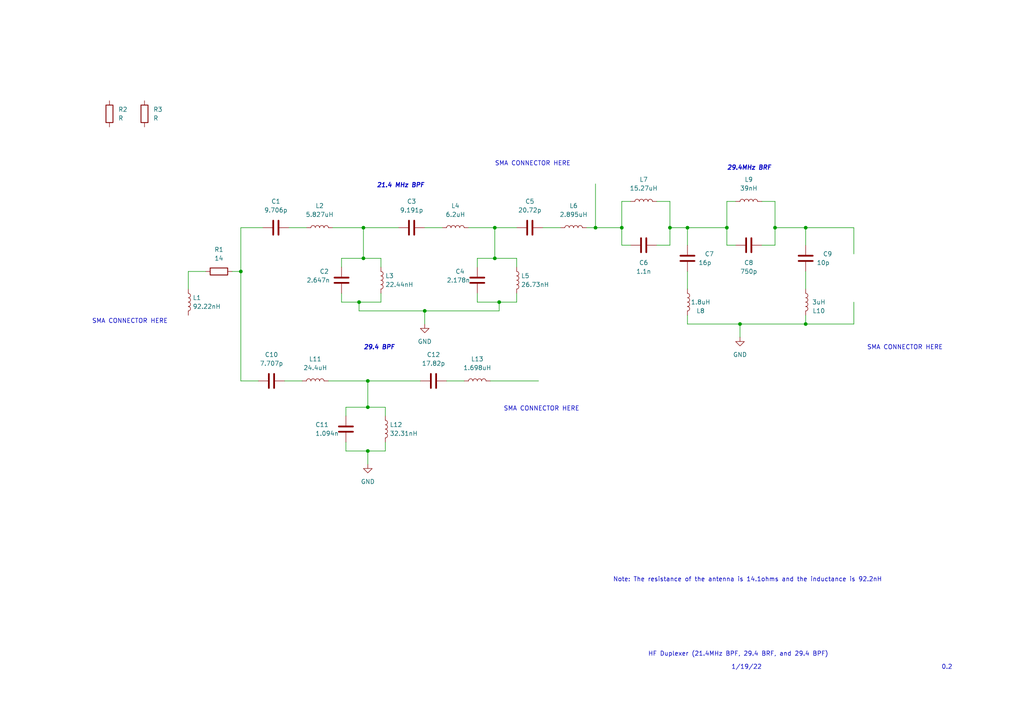
<source format=kicad_sch>
(kicad_sch (version 20211123) (generator eeschema)
  (paper "A4")
  (lib_symbols
    (symbol "Device:C" (pin_numbers hide) (pin_names (offset 0.254))
      (property "Reference" "C" (at 0.635 2.54 0))
      (property "Value" "C" (at 0.635 -2.54 0))
      (symbol "C_0_1"
        (polyline (pts (xy -2.032 -0.762) (xy 2.032 -0.762)) (stroke (width 0.508)))
        (polyline (pts (xy -2.032 0.762) (xy 2.032 0.762)) (stroke (width 0.508)))
      )
      (symbol "C_1_1"
        (pin passive line (at 0 3.81 270) (length 2.794) (name "~") (number "1"))
        (pin passive line (at 0 -3.81 90) (length 2.794) (name "~") (number "2"))
      )
    )
    (symbol "Device:L" (pin_numbers hide) (pin_names (offset 1.016) hide)
      (property "Reference" "L" (at -1.27 0 90))
      (property "Value" "L" (at 1.905 0 90))
      (symbol "L_0_1"
        (arc (start 0 -2.54) (mid 0.635 -1.905) (end 0 -1.27))
        (arc (start 0 -1.27) (mid 0.635 -0.635) (end 0 0))
        (arc (start 0 0) (mid 0.635 0.635) (end 0 1.27))
        (arc (start 0 1.27) (mid 0.635 1.905) (end 0 2.54))
      )
      (symbol "L_1_1"
        (pin passive line (at 0 3.81 270) (length 1.27) (name "1") (number "1"))
        (pin passive line (at 0 -3.81 90) (length 1.27) (name "2") (number "2"))
      )
    )
    (symbol "Device:R" (pin_numbers hide) (pin_names (offset 0))
      (property "Reference" "R" (at 2.032 0 90))
      (property "Value" "R" (at 0 0 90))
      (symbol "R_0_1"
        (rectangle (start -1.016 -2.54) (end 1.016 2.54) (stroke (width 0.254)))
      )
      (symbol "R_1_1"
        (pin passive line (at 0 3.81 270) (length 1.27) (name "~") (number "1"))
        (pin passive line (at 0 -3.81 90) (length 1.27) (name "~") (number "2"))
      )
    )
    (symbol "power:GND" (power) (pin_names (offset 0))
      (property "Value" "GND" (at 0 -3.81 0))
      (symbol "GND_0_1"
        (polyline (pts (xy 0 0) (xy 0 -1.27) (xy 1.27 -1.27) (xy 0 -2.54) (xy -1.27 -1.27) (xy 0 -1.27)))
      )
      (symbol "GND_1_1"
        (pin power_in line (at 0 0 270) (length 0) hide (name "GND") (number "1"))
      )
    )
  )
  (junction (at 143.51 74.93))
  (junction (at 233.68 93.98))
  (junction (at 105.41 74.93))
  (junction (at 210.82 66.04))
  (junction (at 233.68 66.04))
  (junction (at 214.63 93.98))
  (junction (at 143.51 66.04))
  (junction (at 104.14 87.63))
  (junction (at 194.31 66.04))
  (junction (at 172.72 66.04))
  (junction (at 144.78 87.63))
  (junction (at 123.19 90.17))
  (junction (at 105.41 66.04))
  (junction (at 224.79 66.04))
  (junction (at 199.39 66.04))
  (junction (at 69.85 78.74))
  (junction (at 180.34 66.04))
  (junction (at 106.68 130.81))
  (junction (at 106.68 110.49))
  (junction (at 106.68 118.11))
  (wire (pts (xy 104.14 90.17) (xy 123.19 90.17)))
  (wire (pts (xy 199.39 66.04) (xy 210.82 66.04)))
  (wire (pts (xy 99.06 74.93) (xy 105.41 74.93)))
  (wire (pts (xy 69.85 66.04) (xy 76.2 66.04)))
  (wire (pts (xy 172.72 66.04) (xy 180.34 66.04)))
  (wire (pts (xy 180.34 58.42) (xy 182.88 58.42)))
  (wire (pts (xy 157.48 66.04) (xy 162.56 66.04)))
  (wire (pts (xy 143.51 66.04) (xy 143.51 74.93)))
  (wire (pts (xy 100.33 130.81) (xy 106.68 130.81)))
  (wire (pts (xy 214.63 93.98) (xy 214.63 97.79)))
  (wire (pts (xy 180.34 66.04) (xy 180.34 58.42)))
  (wire (pts (xy 105.41 66.04) (xy 115.57 66.04)))
  (wire (pts (xy 106.68 118.11) (xy 111.76 118.11)))
  (wire (pts (xy 247.65 66.04) (xy 247.65 73.66)))
  (wire (pts (xy 123.19 90.17) (xy 123.19 93.98)))
  (wire (pts (xy 199.39 91.44) (xy 199.39 93.98)))
  (wire (pts (xy 194.31 66.04) (xy 199.39 66.04)))
  (wire (pts (xy 233.68 66.04) (xy 247.65 66.04)))
  (wire (pts (xy 224.79 66.04) (xy 224.79 58.42)))
  (wire (pts (xy 99.06 85.09) (xy 99.06 87.63)))
  (wire (pts (xy 210.82 66.04) (xy 210.82 71.12)))
  (wire (pts (xy 95.25 110.49) (xy 106.68 110.49)))
  (wire (pts (xy 129.54 110.49) (xy 134.62 110.49)))
  (wire (pts (xy 123.19 66.04) (xy 128.27 66.04)))
  (wire (pts (xy 135.89 66.04) (xy 143.51 66.04)))
  (wire (pts (xy 106.68 130.81) (xy 111.76 130.81)))
  (wire (pts (xy 100.33 118.11) (xy 106.68 118.11)))
  (wire (pts (xy 220.98 71.12) (xy 224.79 71.12)))
  (wire (pts (xy 123.19 90.17) (xy 144.78 90.17)))
  (wire (pts (xy 210.82 58.42) (xy 210.82 66.04)))
  (wire (pts (xy 224.79 71.12) (xy 224.79 66.04)))
  (wire (pts (xy 233.68 66.04) (xy 224.79 66.04)))
  (wire (pts (xy 100.33 120.65) (xy 100.33 118.11)))
  (wire (pts (xy 199.39 66.04) (xy 199.39 71.12)))
  (wire (pts (xy 210.82 58.42) (xy 213.36 58.42)))
  (wire (pts (xy 199.39 93.98) (xy 214.63 93.98)))
  (wire (pts (xy 233.68 78.74) (xy 233.68 83.82)))
  (wire (pts (xy 172.72 66.04) (xy 172.72 53.34)))
  (wire (pts (xy 111.76 118.11) (xy 111.76 120.65)))
  (wire (pts (xy 110.49 87.63) (xy 110.49 85.09)))
  (wire (pts (xy 67.31 78.74) (xy 69.85 78.74)))
  (wire (pts (xy 144.78 90.17) (xy 144.78 87.63)))
  (wire (pts (xy 110.49 74.93) (xy 110.49 77.47)))
  (wire (pts (xy 199.39 78.74) (xy 199.39 83.82)))
  (wire (pts (xy 69.85 78.74) (xy 69.85 110.49)))
  (wire (pts (xy 82.55 110.49) (xy 87.63 110.49)))
  (wire (pts (xy 233.68 71.12) (xy 233.68 66.04)))
  (wire (pts (xy 111.76 130.81) (xy 111.76 128.27)))
  (wire (pts (xy 138.43 77.47) (xy 138.43 74.93)))
  (wire (pts (xy 247.65 87.63) (xy 247.65 93.98)))
  (wire (pts (xy 233.68 91.44) (xy 233.68 93.98)))
  (wire (pts (xy 213.36 71.12) (xy 210.82 71.12)))
  (wire (pts (xy 105.41 74.93) (xy 110.49 74.93)))
  (wire (pts (xy 190.5 71.12) (xy 194.31 71.12)))
  (wire (pts (xy 143.51 66.04) (xy 149.86 66.04)))
  (wire (pts (xy 69.85 78.74) (xy 69.85 66.04)))
  (wire (pts (xy 149.86 74.93) (xy 149.86 77.47)))
  (wire (pts (xy 99.06 87.63) (xy 104.14 87.63)))
  (wire (pts (xy 180.34 71.12) (xy 180.34 66.04)))
  (wire (pts (xy 138.43 74.93) (xy 143.51 74.93)))
  (wire (pts (xy 106.68 110.49) (xy 106.68 118.11)))
  (wire (pts (xy 194.31 58.42) (xy 190.5 58.42)))
  (wire (pts (xy 83.82 66.04) (xy 88.9 66.04)))
  (wire (pts (xy 138.43 87.63) (xy 144.78 87.63)))
  (wire (pts (xy 182.88 71.12) (xy 180.34 71.12)))
  (wire (pts (xy 54.61 78.74) (xy 59.69 78.74)))
  (wire (pts (xy 96.52 66.04) (xy 105.41 66.04)))
  (wire (pts (xy 69.85 110.49) (xy 74.93 110.49)))
  (wire (pts (xy 100.33 128.27) (xy 100.33 130.81)))
  (wire (pts (xy 214.63 93.98) (xy 233.68 93.98)))
  (wire (pts (xy 170.18 66.04) (xy 172.72 66.04)))
  (wire (pts (xy 144.78 87.63) (xy 149.86 87.63)))
  (wire (pts (xy 106.68 130.81) (xy 106.68 134.62)))
  (wire (pts (xy 143.51 74.93) (xy 149.86 74.93)))
  (wire (pts (xy 99.06 77.47) (xy 99.06 74.93)))
  (wire (pts (xy 142.24 110.49) (xy 156.21 110.49)))
  (wire (pts (xy 149.86 87.63) (xy 149.86 85.09)))
  (wire (pts (xy 106.68 110.49) (xy 121.92 110.49)))
  (wire (pts (xy 105.41 66.04) (xy 105.41 74.93)))
  (wire (pts (xy 224.79 58.42) (xy 220.98 58.42)))
  (wire (pts (xy 104.14 87.63) (xy 110.49 87.63)))
  (wire (pts (xy 138.43 85.09) (xy 138.43 87.63)))
  (wire (pts (xy 104.14 87.63) (xy 104.14 90.17)))
  (wire (pts (xy 54.61 83.82) (xy 54.61 78.74)))
  (wire (pts (xy 233.68 93.98) (xy 247.65 93.98)))
  (wire (pts (xy 194.31 66.04) (xy 194.31 58.42)))
  (wire (pts (xy 194.31 71.12) (xy 194.31 66.04)))
  (text "29.4 BPF" (at 105.41 101.6 0) (effects (font (size 1.27 1.27) (thickness 0.254) bold italic) (justify left bottom)))
  (text "21.4 MHz BPF" (at 109.22 54.61 0) (effects (font (size 1.27 1.27) (thickness 0.254) bold italic) (justify left bottom)))
  (text "1/19/22" (at 212.09 194.31 0) (effects (font (size 1.27 1.27)) (justify left bottom)))
  (text "SMA CONNECTOR HERE" (at 26.67 93.98 0) (effects (font (size 1.27 1.27)) (justify left bottom)))
  (text "SMA CONNECTOR HERE" (at 143.51 48.26 0) (effects (font (size 1.27 1.27)) (justify left bottom)))
  (text "HF Duplexer (21.4MHz BPF, 29.4 BRF, and 29.4 BPF)" (at 187.96 190.5 0) (effects (font (size 1.27 1.27)) (justify left bottom)))
  (text "Note: The resistance of the antenna is 14.1ohms and the inductance is 92.2nH" (at 177.8 168.91 0) (effects (font (size 1.27 1.27)) (justify left bottom)))
  (text "0.2" (at 273.05 194.31 0) (effects (font (size 1.27 1.27)) (justify left bottom)))
  (text "29.4MHz BRF" (at 210.82 49.53 0) (effects (font (size 1.27 1.27) (thickness 0.254) bold italic) (justify left bottom)))
  (text "SMA CONNECTOR HERE" (at 251.46 101.6 0) (effects (font (size 1.27 1.27)) (justify left bottom)))
  (text "SMA CONNECTOR HERE" (at 146.05 119.38 0) (effects (font (size 1.27 1.27)) (justify left bottom)))
  (symbol (lib_id "Device:L") (at 138.43 110.49 90) (unit 1)
    (property "Reference" "L13" (at 138.43 104.14 90))
    (property "Value" "1.698uH" (at 138.43 106.68 90))
  )
  (symbol (lib_id "power:GND") (at 214.63 97.79 0) (unit 1)
    (property "Reference" "#PWR?" (effects hide))
    (property "Value" "GND" (at 214.63 102.87 0))
  )
  (symbol (lib_id "Device:R") (at 41.91 33.02 0) (unit 1)
    (property "Reference" "R3" (at 44.45 31.7499 0) (effects (justify left)))
    (property "Value" "R" (at 44.45 34.2899 0) (effects (justify left)))
  )
  (symbol (lib_id "Device:C") (at 199.39 74.93 0) (unit 1)
    (property "Reference" "C7" (at 205.74 73.66 0))
    (property "Value" "16p" (at 204.47 76.2 0))
  )
  (symbol (lib_id "Device:C") (at 119.38 66.04 90) (unit 1)
    (property "Reference" "C3" (at 119.38 58.42 90))
    (property "Value" "9.191p" (at 119.38 60.96 90))
  )
  (symbol (lib_id "Device:L") (at 166.37 66.04 90) (unit 1)
    (property "Reference" "L6" (at 166.37 59.69 90))
    (property "Value" "2.895uH" (at 166.37 62.23 90))
  )
  (symbol (lib_id "power:GND") (at 123.19 93.98 0) (unit 1)
    (property "Reference" "#PWR?" (effects hide))
    (property "Value" "GND" (at 123.19 99.06 0))
  )
  (symbol (lib_id "Device:L") (at 217.17 58.42 90) (unit 1)
    (property "Reference" "L9" (at 217.17 52.07 90))
    (property "Value" "39nH" (at 217.17 54.61 90))
  )
  (symbol (lib_id "Device:C") (at 78.74 110.49 90) (unit 1)
    (property "Reference" "C10" (at 78.74 102.87 90))
    (property "Value" "7.707p" (at 78.74 105.41 90))
  )
  (symbol (lib_id "Device:C") (at 125.73 110.49 90) (unit 1)
    (property "Reference" "C12" (at 125.73 102.87 90))
    (property "Value" "17.82p" (at 125.73 105.41 90))
  )
  (symbol (lib_id "Device:C") (at 233.68 74.93 0) (unit 1)
    (property "Reference" "C9" (at 240.03 73.66 0))
    (property "Value" "10p" (at 238.76 76.2 0))
  )
  (symbol (lib_id "Device:L") (at 110.49 81.28 0) (unit 1)
    (property "Reference" "L3" (at 111.76 80.0099 0) (effects (justify left)))
    (property "Value" "22.44nH" (at 111.76 82.5499 0) (effects (justify left)))
  )
  (symbol (lib_id "Device:L") (at 186.69 58.42 90) (unit 1)
    (property "Reference" "L7" (at 186.69 52.07 90))
    (property "Value" "15.27uH" (at 186.69 54.61 90))
  )
  (symbol (lib_id "Device:C") (at 138.43 81.28 180) (unit 1)
    (property "Reference" "C4" (at 132.08 78.74 0) (effects (justify right)))
    (property "Value" "2.178n" (at 129.54 81.28 0) (effects (justify right)))
  )
  (symbol (lib_id "Device:L") (at 92.71 66.04 90) (unit 1)
    (property "Reference" "L2" (at 92.71 59.69 90))
    (property "Value" "5.827uH" (at 92.71 62.23 90))
  )
  (symbol (lib_id "Device:R") (at 63.5 78.74 90) (unit 1)
    (property "Reference" "R1" (at 63.5 72.39 90))
    (property "Value" "14" (at 63.5 74.93 90))
  )
  (symbol (lib_id "Device:C") (at 100.33 124.46 180) (unit 1)
    (property "Reference" "C11" (at 91.44 123.19 0) (effects (justify right)))
    (property "Value" "1.094n" (at 91.44 125.73 0) (effects (justify right)))
  )
  (symbol (lib_id "Device:L") (at 233.68 87.63 0) (unit 1)
    (property "Reference" "L10" (at 237.49 90.17 0))
    (property "Value" "3uH" (at 237.49 87.63 0))
  )
  (symbol (lib_id "Device:L") (at 132.08 66.04 90) (unit 1)
    (property "Reference" "L4" (at 132.08 59.69 90))
    (property "Value" "6.2uH" (at 132.08 62.23 90))
  )
  (symbol (lib_id "Device:L") (at 111.76 124.46 0) (unit 1)
    (property "Reference" "L12" (at 113.03 123.1899 0) (effects (justify left)))
    (property "Value" "32.31nH" (at 113.03 125.7299 0) (effects (justify left)))
  )
  (symbol (lib_id "Device:C") (at 217.17 71.12 270) (unit 1)
    (property "Reference" "C8" (at 217.17 76.2 90))
    (property "Value" "750p" (at 217.17 78.74 90))
  )
  (symbol (lib_id "Device:L") (at 149.86 81.28 0) (unit 1)
    (property "Reference" "L5" (at 151.13 80.0099 0) (effects (justify left)))
    (property "Value" "26.73nH" (at 151.13 82.5499 0) (effects (justify left)))
  )
  (symbol (lib_id "Device:L") (at 54.61 87.63 0) (unit 1)
    (property "Reference" "L1" (at 55.88 86.3599 0) (effects (justify left)))
    (property "Value" "92.22nH" (at 55.88 88.8999 0) (effects (justify left)))
  )
  (symbol (lib_id "Device:C") (at 153.67 66.04 90) (unit 1)
    (property "Reference" "C5" (at 153.67 58.42 90))
    (property "Value" "20.72p" (at 153.67 60.96 90))
  )
  (symbol (lib_id "Device:R") (at 31.75 33.02 0) (unit 1)
    (property "Reference" "R2" (at 34.29 31.7499 0) (effects (justify left)))
    (property "Value" "R" (at 34.29 34.2899 0) (effects (justify left)))
  )
  (symbol (lib_id "Device:C") (at 186.69 71.12 270) (unit 1)
    (property "Reference" "C6" (at 186.69 76.2 90))
    (property "Value" "1.1n" (at 186.69 78.74 90))
  )
  (symbol (lib_id "Device:C") (at 80.01 66.04 90) (unit 1)
    (property "Reference" "C1" (at 80.01 58.42 90))
    (property "Value" "9.706p" (at 80.01 60.96 90))
  )
  (symbol (lib_id "Device:L") (at 91.44 110.49 90) (unit 1)
    (property "Reference" "L11" (at 91.44 104.14 90))
    (property "Value" "24.4uH" (at 91.44 106.68 90))
  )
  (symbol (lib_id "Device:L") (at 199.39 87.63 0) (unit 1)
    (property "Reference" "L8" (at 203.2 90.17 0))
    (property "Value" "1.8uH" (at 203.2 87.63 0))
  )
  (symbol (lib_id "power:GND") (at 106.68 134.62 0) (unit 1)
    (property "Reference" "#PWR?" (effects hide))
    (property "Value" "GND" (at 106.68 139.7 0))
  )
  (symbol (lib_id "Device:C") (at 99.06 81.28 180) (unit 1)
    (property "Reference" "C2" (at 92.71 78.74 0) (effects (justify right)))
    (property "Value" "2.647n" (at 88.9 81.28 0) (effects (justify right)))
  )
)
</source>
